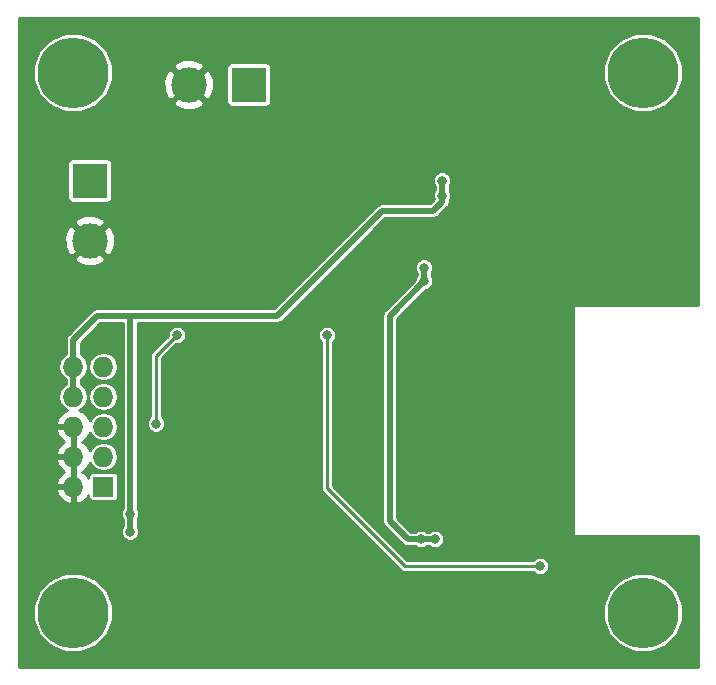
<source format=gbr>
G04 #@! TF.GenerationSoftware,KiCad,Pcbnew,5.0.2-bee76a0~70~ubuntu18.04.1*
G04 #@! TF.CreationDate,2019-05-14T19:54:41+02:00*
G04 #@! TF.ProjectId,support_board,73757070-6f72-4745-9f62-6f6172642e6b,rev?*
G04 #@! TF.SameCoordinates,Original*
G04 #@! TF.FileFunction,Copper,L2,Bot*
G04 #@! TF.FilePolarity,Positive*
%FSLAX46Y46*%
G04 Gerber Fmt 4.6, Leading zero omitted, Abs format (unit mm)*
G04 Created by KiCad (PCBNEW 5.0.2-bee76a0~70~ubuntu18.04.1) date Út 14. května 2019, 19:54:41 CEST*
%MOMM*%
%LPD*%
G01*
G04 APERTURE LIST*
G04 #@! TA.AperFunction,ComponentPad*
%ADD10O,1.727200X1.727200*%
G04 #@! TD*
G04 #@! TA.AperFunction,ComponentPad*
%ADD11R,1.727200X1.727200*%
G04 #@! TD*
G04 #@! TA.AperFunction,ComponentPad*
%ADD12C,3.000000*%
G04 #@! TD*
G04 #@! TA.AperFunction,ComponentPad*
%ADD13R,3.000000X3.000000*%
G04 #@! TD*
G04 #@! TA.AperFunction,ComponentPad*
%ADD14C,6.000000*%
G04 #@! TD*
G04 #@! TA.AperFunction,ViaPad*
%ADD15C,0.800000*%
G04 #@! TD*
G04 #@! TA.AperFunction,Conductor*
%ADD16C,0.500000*%
G04 #@! TD*
G04 #@! TA.AperFunction,Conductor*
%ADD17C,0.250000*%
G04 #@! TD*
G04 #@! TA.AperFunction,Conductor*
%ADD18C,0.254000*%
G04 #@! TD*
G04 APERTURE END LIST*
D10*
G04 #@! TO.P,J2,10*
G04 #@! TO.N,+5.5V*
X123063000Y-98552000D03*
G04 #@! TO.P,J2,9*
G04 #@! TO.N,Net-(J2-Pad9)*
X125603000Y-98552000D03*
G04 #@! TO.P,J2,8*
G04 #@! TO.N,+5.5V*
X123063000Y-101092000D03*
G04 #@! TO.P,J2,7*
G04 #@! TO.N,Net-(J2-Pad7)*
X125603000Y-101092000D03*
G04 #@! TO.P,J2,6*
G04 #@! TO.N,GND*
X123063000Y-103632000D03*
G04 #@! TO.P,J2,5*
G04 #@! TO.N,Net-(J2-Pad5)*
X125603000Y-103632000D03*
G04 #@! TO.P,J2,4*
G04 #@! TO.N,GND*
X123063000Y-106172000D03*
G04 #@! TO.P,J2,3*
G04 #@! TO.N,Net-(J2-Pad3)*
X125603000Y-106172000D03*
G04 #@! TO.P,J2,2*
G04 #@! TO.N,GND*
X123063000Y-108712000D03*
D11*
G04 #@! TO.P,J2,1*
G04 #@! TO.N,Net-(J2-Pad1)*
X125603000Y-108712000D03*
G04 #@! TD*
D12*
G04 #@! TO.P,J1,2*
G04 #@! TO.N,GND*
X132842000Y-74676000D03*
D13*
G04 #@! TO.P,J1,1*
G04 #@! TO.N,/12V*
X137922000Y-74676000D03*
G04 #@! TD*
D12*
G04 #@! TO.P,J3,2*
G04 #@! TO.N,GND*
X124460000Y-87884000D03*
D13*
G04 #@! TO.P,J3,1*
G04 #@! TO.N,Net-(J3-Pad1)*
X124460000Y-82804000D03*
G04 #@! TD*
D14*
G04 #@! TO.P,N1,1*
G04 #@! TO.N,N/C*
X123063000Y-73660000D03*
G04 #@! TD*
G04 #@! TO.P,N2,1*
G04 #@! TO.N,N/C*
X171323000Y-73660000D03*
G04 #@! TD*
G04 #@! TO.P,N3,1*
G04 #@! TO.N,N/C*
X123063000Y-119380000D03*
G04 #@! TD*
G04 #@! TO.P,N4,1*
G04 #@! TO.N,N/C*
X171323000Y-119380000D03*
G04 #@! TD*
D15*
G04 #@! TO.N,GND*
X154813000Y-100330000D03*
X161163000Y-100330000D03*
X154813000Y-105410000D03*
X161163000Y-105410000D03*
X136017000Y-85090000D03*
X135509000Y-112014000D03*
X130048000Y-91694000D03*
X130048000Y-105029000D03*
X156591000Y-86106000D03*
X159639000Y-86106000D03*
G04 #@! TO.N,+3V3*
X152527000Y-113157000D03*
X153670000Y-113157000D03*
X152781000Y-90170000D03*
X152781000Y-91313000D03*
G04 #@! TO.N,Net-(J2-Pad5)*
X131826000Y-95885000D03*
X130048000Y-103378000D03*
G04 #@! TO.N,Net-(U2-Pad4)*
X144526000Y-95885000D03*
X162560000Y-115443000D03*
G04 #@! TO.N,+5.5V*
X154305000Y-82804000D03*
X127889000Y-112522000D03*
X154305000Y-84074000D03*
X127889000Y-110998000D03*
G04 #@! TD*
D16*
G04 #@! TO.N,+3V3*
X152781000Y-91313000D02*
X152781000Y-90170000D01*
X149860000Y-111633000D02*
X151384000Y-113157000D01*
X152781000Y-91313000D02*
X149860000Y-94234000D01*
X151384000Y-113157000D02*
X152527000Y-113157000D01*
X149860000Y-94234000D02*
X149860000Y-111633000D01*
X152527000Y-113157000D02*
X153670000Y-113157000D01*
D17*
G04 #@! TO.N,Net-(J2-Pad5)*
X130048000Y-97663000D02*
X130048000Y-102812315D01*
X130048000Y-102812315D02*
X130048000Y-103378000D01*
X131826000Y-95885000D02*
X130048000Y-97663000D01*
G04 #@! TO.N,Net-(U2-Pad4)*
X151130000Y-115443000D02*
X161994315Y-115443000D01*
X144526000Y-108839000D02*
X151130000Y-115443000D01*
X144526000Y-95885000D02*
X144526000Y-108839000D01*
X161994315Y-115443000D02*
X162560000Y-115443000D01*
D16*
G04 #@! TO.N,+5.5V*
X123063000Y-96266000D02*
X125095000Y-94234000D01*
X123063000Y-98552000D02*
X123063000Y-96266000D01*
X125095000Y-94234000D02*
X127889000Y-94234000D01*
X123063000Y-98552000D02*
X123063000Y-101092000D01*
X154305000Y-84582000D02*
X154305000Y-82804000D01*
X153543000Y-85344000D02*
X154305000Y-84582000D01*
X149225000Y-85344000D02*
X153543000Y-85344000D01*
X127889000Y-94234000D02*
X140335000Y-94234000D01*
X140335000Y-94234000D02*
X149225000Y-85344000D01*
X127889000Y-94234000D02*
X127889000Y-110998000D01*
X127889000Y-110998000D02*
X127889000Y-112522000D01*
G04 #@! TD*
D18*
G04 #@! TO.N,GND*
G36*
X175951001Y-93345000D02*
X165481000Y-93345000D01*
X165432399Y-93354667D01*
X165391197Y-93382197D01*
X165363667Y-93423399D01*
X165354000Y-93472000D01*
X165354000Y-112776000D01*
X165363667Y-112824601D01*
X165391197Y-112865803D01*
X165432399Y-112893333D01*
X165481000Y-112903000D01*
X175951000Y-112903000D01*
X175951000Y-124008000D01*
X118435000Y-124008000D01*
X118435000Y-118708273D01*
X119686000Y-118708273D01*
X119686000Y-120051727D01*
X120200118Y-121292917D01*
X121150083Y-122242882D01*
X122391273Y-122757000D01*
X123734727Y-122757000D01*
X124975917Y-122242882D01*
X125925882Y-121292917D01*
X126440000Y-120051727D01*
X126440000Y-118708273D01*
X167946000Y-118708273D01*
X167946000Y-120051727D01*
X168460118Y-121292917D01*
X169410083Y-122242882D01*
X170651273Y-122757000D01*
X171994727Y-122757000D01*
X173235917Y-122242882D01*
X174185882Y-121292917D01*
X174700000Y-120051727D01*
X174700000Y-118708273D01*
X174185882Y-117467083D01*
X173235917Y-116517118D01*
X171994727Y-116003000D01*
X170651273Y-116003000D01*
X169410083Y-116517118D01*
X168460118Y-117467083D01*
X167946000Y-118708273D01*
X126440000Y-118708273D01*
X125925882Y-117467083D01*
X124975917Y-116517118D01*
X123734727Y-116003000D01*
X122391273Y-116003000D01*
X121150083Y-116517118D01*
X120200118Y-117467083D01*
X119686000Y-118708273D01*
X118435000Y-118708273D01*
X118435000Y-109071026D01*
X121608042Y-109071026D01*
X121780312Y-109486947D01*
X122174510Y-109918821D01*
X122703973Y-110166968D01*
X122936000Y-110046469D01*
X122936000Y-108839000D01*
X121729183Y-108839000D01*
X121608042Y-109071026D01*
X118435000Y-109071026D01*
X118435000Y-106531026D01*
X121608042Y-106531026D01*
X121780312Y-106946947D01*
X122174510Y-107378821D01*
X122309313Y-107442000D01*
X122174510Y-107505179D01*
X121780312Y-107937053D01*
X121608042Y-108352974D01*
X121729183Y-108585000D01*
X122936000Y-108585000D01*
X122936000Y-106299000D01*
X121729183Y-106299000D01*
X121608042Y-106531026D01*
X118435000Y-106531026D01*
X118435000Y-103991026D01*
X121608042Y-103991026D01*
X121780312Y-104406947D01*
X122174510Y-104838821D01*
X122309313Y-104902000D01*
X122174510Y-104965179D01*
X121780312Y-105397053D01*
X121608042Y-105812974D01*
X121729183Y-106045000D01*
X122936000Y-106045000D01*
X122936000Y-103759000D01*
X121729183Y-103759000D01*
X121608042Y-103991026D01*
X118435000Y-103991026D01*
X118435000Y-103272974D01*
X121608042Y-103272974D01*
X121729183Y-103505000D01*
X122936000Y-103505000D01*
X122936000Y-103485000D01*
X123190000Y-103485000D01*
X123190000Y-103505000D01*
X123210000Y-103505000D01*
X123210000Y-103759000D01*
X123190000Y-103759000D01*
X123190000Y-106045000D01*
X123210000Y-106045000D01*
X123210000Y-106299000D01*
X123190000Y-106299000D01*
X123190000Y-108585000D01*
X123210000Y-108585000D01*
X123210000Y-108839000D01*
X123190000Y-108839000D01*
X123190000Y-110046469D01*
X123422027Y-110166968D01*
X123951490Y-109918821D01*
X124345688Y-109486947D01*
X124355015Y-109464428D01*
X124355015Y-109575600D01*
X124384275Y-109722698D01*
X124467599Y-109847401D01*
X124592302Y-109930725D01*
X124739400Y-109959985D01*
X126466600Y-109959985D01*
X126613698Y-109930725D01*
X126738401Y-109847401D01*
X126821725Y-109722698D01*
X126850985Y-109575600D01*
X126850985Y-107848400D01*
X126821725Y-107701302D01*
X126738401Y-107576599D01*
X126613698Y-107493275D01*
X126466600Y-107464015D01*
X124739400Y-107464015D01*
X124592302Y-107493275D01*
X124467599Y-107576599D01*
X124384275Y-107701302D01*
X124355015Y-107848400D01*
X124355015Y-107959572D01*
X124345688Y-107937053D01*
X123951490Y-107505179D01*
X123816687Y-107442000D01*
X123951490Y-107378821D01*
X124345688Y-106946947D01*
X124454006Y-106685429D01*
X124708578Y-107066422D01*
X125118942Y-107340619D01*
X125480815Y-107412600D01*
X125725185Y-107412600D01*
X126087058Y-107340619D01*
X126497422Y-107066422D01*
X126771619Y-106656058D01*
X126867904Y-106172000D01*
X126771619Y-105687942D01*
X126497422Y-105277578D01*
X126087058Y-105003381D01*
X125725185Y-104931400D01*
X125480815Y-104931400D01*
X125118942Y-105003381D01*
X124708578Y-105277578D01*
X124454006Y-105658571D01*
X124345688Y-105397053D01*
X123951490Y-104965179D01*
X123816687Y-104902000D01*
X123951490Y-104838821D01*
X124345688Y-104406947D01*
X124454006Y-104145429D01*
X124708578Y-104526422D01*
X125118942Y-104800619D01*
X125480815Y-104872600D01*
X125725185Y-104872600D01*
X126087058Y-104800619D01*
X126497422Y-104526422D01*
X126771619Y-104116058D01*
X126867904Y-103632000D01*
X126771619Y-103147942D01*
X126497422Y-102737578D01*
X126087058Y-102463381D01*
X125725185Y-102391400D01*
X125480815Y-102391400D01*
X125118942Y-102463381D01*
X124708578Y-102737578D01*
X124454006Y-103118571D01*
X124345688Y-102857053D01*
X123951490Y-102425179D01*
X123569038Y-102245933D01*
X123957422Y-101986422D01*
X124231619Y-101576058D01*
X124327904Y-101092000D01*
X124338096Y-101092000D01*
X124434381Y-101576058D01*
X124708578Y-101986422D01*
X125118942Y-102260619D01*
X125480815Y-102332600D01*
X125725185Y-102332600D01*
X126087058Y-102260619D01*
X126497422Y-101986422D01*
X126771619Y-101576058D01*
X126867904Y-101092000D01*
X126771619Y-100607942D01*
X126497422Y-100197578D01*
X126087058Y-99923381D01*
X125725185Y-99851400D01*
X125480815Y-99851400D01*
X125118942Y-99923381D01*
X124708578Y-100197578D01*
X124434381Y-100607942D01*
X124338096Y-101092000D01*
X124327904Y-101092000D01*
X124231619Y-100607942D01*
X123957422Y-100197578D01*
X123690000Y-100018892D01*
X123690000Y-99625108D01*
X123957422Y-99446422D01*
X124231619Y-99036058D01*
X124327904Y-98552000D01*
X124338096Y-98552000D01*
X124434381Y-99036058D01*
X124708578Y-99446422D01*
X125118942Y-99720619D01*
X125480815Y-99792600D01*
X125725185Y-99792600D01*
X126087058Y-99720619D01*
X126497422Y-99446422D01*
X126771619Y-99036058D01*
X126867904Y-98552000D01*
X126771619Y-98067942D01*
X126497422Y-97657578D01*
X126087058Y-97383381D01*
X125725185Y-97311400D01*
X125480815Y-97311400D01*
X125118942Y-97383381D01*
X124708578Y-97657578D01*
X124434381Y-98067942D01*
X124338096Y-98552000D01*
X124327904Y-98552000D01*
X124231619Y-98067942D01*
X123957422Y-97657578D01*
X123690000Y-97478892D01*
X123690000Y-96525711D01*
X125354712Y-94861000D01*
X127262000Y-94861000D01*
X127262001Y-110526155D01*
X127230291Y-110557865D01*
X127112000Y-110843445D01*
X127112000Y-111152555D01*
X127230291Y-111438135D01*
X127262000Y-111469844D01*
X127262001Y-112050155D01*
X127230291Y-112081865D01*
X127112000Y-112367445D01*
X127112000Y-112676555D01*
X127230291Y-112962135D01*
X127448865Y-113180709D01*
X127734445Y-113299000D01*
X128043555Y-113299000D01*
X128329135Y-113180709D01*
X128547709Y-112962135D01*
X128666000Y-112676555D01*
X128666000Y-112367445D01*
X128547709Y-112081865D01*
X128516000Y-112050156D01*
X128516000Y-111469844D01*
X128547709Y-111438135D01*
X128666000Y-111152555D01*
X128666000Y-110843445D01*
X128547709Y-110557865D01*
X128516000Y-110526156D01*
X128516000Y-103223445D01*
X129271000Y-103223445D01*
X129271000Y-103532555D01*
X129389291Y-103818135D01*
X129607865Y-104036709D01*
X129893445Y-104155000D01*
X130202555Y-104155000D01*
X130488135Y-104036709D01*
X130706709Y-103818135D01*
X130825000Y-103532555D01*
X130825000Y-103223445D01*
X130706709Y-102937865D01*
X130550000Y-102781156D01*
X130550000Y-97870934D01*
X131758935Y-96662000D01*
X131980555Y-96662000D01*
X132266135Y-96543709D01*
X132484709Y-96325135D01*
X132603000Y-96039555D01*
X132603000Y-95730445D01*
X143749000Y-95730445D01*
X143749000Y-96039555D01*
X143867291Y-96325135D01*
X144024000Y-96481844D01*
X144024001Y-108789561D01*
X144014167Y-108839000D01*
X144053128Y-109034870D01*
X144136074Y-109159008D01*
X144136076Y-109159010D01*
X144164080Y-109200921D01*
X144205991Y-109228925D01*
X150740075Y-115763010D01*
X150768079Y-115804921D01*
X150934130Y-115915873D01*
X151080561Y-115945000D01*
X151080565Y-115945000D01*
X151129999Y-115954833D01*
X151179433Y-115945000D01*
X161963156Y-115945000D01*
X162119865Y-116101709D01*
X162405445Y-116220000D01*
X162714555Y-116220000D01*
X163000135Y-116101709D01*
X163218709Y-115883135D01*
X163337000Y-115597555D01*
X163337000Y-115288445D01*
X163218709Y-115002865D01*
X163000135Y-114784291D01*
X162714555Y-114666000D01*
X162405445Y-114666000D01*
X162119865Y-114784291D01*
X161963156Y-114941000D01*
X151337935Y-114941000D01*
X145028000Y-108631066D01*
X145028000Y-96481844D01*
X145184709Y-96325135D01*
X145303000Y-96039555D01*
X145303000Y-95730445D01*
X145184709Y-95444865D01*
X144966135Y-95226291D01*
X144680555Y-95108000D01*
X144371445Y-95108000D01*
X144085865Y-95226291D01*
X143867291Y-95444865D01*
X143749000Y-95730445D01*
X132603000Y-95730445D01*
X132484709Y-95444865D01*
X132266135Y-95226291D01*
X131980555Y-95108000D01*
X131671445Y-95108000D01*
X131385865Y-95226291D01*
X131167291Y-95444865D01*
X131049000Y-95730445D01*
X131049000Y-95952065D01*
X129727993Y-97273073D01*
X129686079Y-97301079D01*
X129575127Y-97467131D01*
X129546000Y-97613562D01*
X129546000Y-97613566D01*
X129536167Y-97663000D01*
X129546000Y-97712434D01*
X129546001Y-102762872D01*
X129546000Y-102762877D01*
X129546000Y-102781156D01*
X129389291Y-102937865D01*
X129271000Y-103223445D01*
X128516000Y-103223445D01*
X128516000Y-94861000D01*
X140273254Y-94861000D01*
X140335000Y-94873282D01*
X140396746Y-94861000D01*
X140396750Y-94861000D01*
X140579643Y-94824620D01*
X140787041Y-94686041D01*
X140822021Y-94633691D01*
X141221712Y-94234000D01*
X149220718Y-94234000D01*
X149233000Y-94295746D01*
X149233001Y-111571249D01*
X149220718Y-111633000D01*
X149269380Y-111877642D01*
X149269381Y-111877643D01*
X149407960Y-112085041D01*
X149460307Y-112120018D01*
X150896981Y-113556693D01*
X150931959Y-113609041D01*
X151139357Y-113747620D01*
X151322250Y-113784000D01*
X151322254Y-113784000D01*
X151383999Y-113796282D01*
X151445744Y-113784000D01*
X152055156Y-113784000D01*
X152086865Y-113815709D01*
X152372445Y-113934000D01*
X152681555Y-113934000D01*
X152967135Y-113815709D01*
X152998844Y-113784000D01*
X153198156Y-113784000D01*
X153229865Y-113815709D01*
X153515445Y-113934000D01*
X153824555Y-113934000D01*
X154110135Y-113815709D01*
X154328709Y-113597135D01*
X154447000Y-113311555D01*
X154447000Y-113002445D01*
X154328709Y-112716865D01*
X154110135Y-112498291D01*
X153824555Y-112380000D01*
X153515445Y-112380000D01*
X153229865Y-112498291D01*
X153198156Y-112530000D01*
X152998844Y-112530000D01*
X152967135Y-112498291D01*
X152681555Y-112380000D01*
X152372445Y-112380000D01*
X152086865Y-112498291D01*
X152055156Y-112530000D01*
X151643712Y-112530000D01*
X150487000Y-111373289D01*
X150487000Y-94493711D01*
X152890711Y-92090000D01*
X152935555Y-92090000D01*
X153221135Y-91971709D01*
X153439709Y-91753135D01*
X153558000Y-91467555D01*
X153558000Y-91158445D01*
X153439709Y-90872865D01*
X153408000Y-90841156D01*
X153408000Y-90641844D01*
X153439709Y-90610135D01*
X153558000Y-90324555D01*
X153558000Y-90015445D01*
X153439709Y-89729865D01*
X153221135Y-89511291D01*
X152935555Y-89393000D01*
X152626445Y-89393000D01*
X152340865Y-89511291D01*
X152122291Y-89729865D01*
X152004000Y-90015445D01*
X152004000Y-90324555D01*
X152122291Y-90610135D01*
X152154001Y-90641845D01*
X152154000Y-90841156D01*
X152122291Y-90872865D01*
X152004000Y-91158445D01*
X152004000Y-91203289D01*
X149460310Y-93746979D01*
X149407959Y-93781959D01*
X149269380Y-93989358D01*
X149233000Y-94172251D01*
X149233000Y-94172254D01*
X149220718Y-94234000D01*
X141221712Y-94234000D01*
X149484712Y-85971000D01*
X153481254Y-85971000D01*
X153543000Y-85983282D01*
X153604746Y-85971000D01*
X153604750Y-85971000D01*
X153787643Y-85934620D01*
X153995041Y-85796041D01*
X154030021Y-85743690D01*
X154704691Y-85069020D01*
X154757041Y-85034041D01*
X154895620Y-84826643D01*
X154932000Y-84643750D01*
X154932000Y-84643746D01*
X154944282Y-84582000D01*
X154936246Y-84541598D01*
X154963709Y-84514135D01*
X155082000Y-84228555D01*
X155082000Y-83919445D01*
X154963709Y-83633865D01*
X154932000Y-83602156D01*
X154932000Y-83275844D01*
X154963709Y-83244135D01*
X155082000Y-82958555D01*
X155082000Y-82649445D01*
X154963709Y-82363865D01*
X154745135Y-82145291D01*
X154459555Y-82027000D01*
X154150445Y-82027000D01*
X153864865Y-82145291D01*
X153646291Y-82363865D01*
X153528000Y-82649445D01*
X153528000Y-82958555D01*
X153646291Y-83244135D01*
X153678001Y-83275845D01*
X153678001Y-83602155D01*
X153646291Y-83633865D01*
X153528000Y-83919445D01*
X153528000Y-84228555D01*
X153599388Y-84400901D01*
X153283289Y-84717000D01*
X149286746Y-84717000D01*
X149225000Y-84704718D01*
X149163254Y-84717000D01*
X149163250Y-84717000D01*
X148980357Y-84753380D01*
X148825308Y-84856980D01*
X148825307Y-84856981D01*
X148772959Y-84891959D01*
X148737981Y-84944307D01*
X140075289Y-93607000D01*
X127950750Y-93607000D01*
X127889000Y-93594717D01*
X127827250Y-93607000D01*
X125156746Y-93607000D01*
X125095000Y-93594718D01*
X125033254Y-93607000D01*
X125033250Y-93607000D01*
X124850357Y-93643380D01*
X124642959Y-93781959D01*
X124607981Y-93834307D01*
X122663307Y-95778982D01*
X122610960Y-95813959D01*
X122575982Y-95866307D01*
X122575981Y-95866308D01*
X122472380Y-96021358D01*
X122423718Y-96266000D01*
X122436001Y-96327751D01*
X122436000Y-97478892D01*
X122168578Y-97657578D01*
X121894381Y-98067942D01*
X121798096Y-98552000D01*
X121894381Y-99036058D01*
X122168578Y-99446422D01*
X122436000Y-99625108D01*
X122436001Y-100018892D01*
X122168578Y-100197578D01*
X121894381Y-100607942D01*
X121798096Y-101092000D01*
X121894381Y-101576058D01*
X122168578Y-101986422D01*
X122556962Y-102245933D01*
X122174510Y-102425179D01*
X121780312Y-102857053D01*
X121608042Y-103272974D01*
X118435000Y-103272974D01*
X118435000Y-89397970D01*
X123125635Y-89397970D01*
X123285418Y-89716739D01*
X124076187Y-90026723D01*
X124925387Y-90010497D01*
X125634582Y-89716739D01*
X125794365Y-89397970D01*
X124460000Y-88063605D01*
X123125635Y-89397970D01*
X118435000Y-89397970D01*
X118435000Y-87500187D01*
X122317277Y-87500187D01*
X122333503Y-88349387D01*
X122627261Y-89058582D01*
X122946030Y-89218365D01*
X124280395Y-87884000D01*
X124639605Y-87884000D01*
X125973970Y-89218365D01*
X126292739Y-89058582D01*
X126602723Y-88267813D01*
X126586497Y-87418613D01*
X126292739Y-86709418D01*
X125973970Y-86549635D01*
X124639605Y-87884000D01*
X124280395Y-87884000D01*
X122946030Y-86549635D01*
X122627261Y-86709418D01*
X122317277Y-87500187D01*
X118435000Y-87500187D01*
X118435000Y-86370030D01*
X123125635Y-86370030D01*
X124460000Y-87704395D01*
X125794365Y-86370030D01*
X125634582Y-86051261D01*
X124843813Y-85741277D01*
X123994613Y-85757503D01*
X123285418Y-86051261D01*
X123125635Y-86370030D01*
X118435000Y-86370030D01*
X118435000Y-81304000D01*
X122575615Y-81304000D01*
X122575615Y-84304000D01*
X122604875Y-84451098D01*
X122688199Y-84575801D01*
X122812902Y-84659125D01*
X122960000Y-84688385D01*
X125960000Y-84688385D01*
X126107098Y-84659125D01*
X126231801Y-84575801D01*
X126315125Y-84451098D01*
X126344385Y-84304000D01*
X126344385Y-81304000D01*
X126315125Y-81156902D01*
X126231801Y-81032199D01*
X126107098Y-80948875D01*
X125960000Y-80919615D01*
X122960000Y-80919615D01*
X122812902Y-80948875D01*
X122688199Y-81032199D01*
X122604875Y-81156902D01*
X122575615Y-81304000D01*
X118435000Y-81304000D01*
X118435000Y-72988273D01*
X119686000Y-72988273D01*
X119686000Y-74331727D01*
X120200118Y-75572917D01*
X121150083Y-76522882D01*
X122391273Y-77037000D01*
X123734727Y-77037000D01*
X124975917Y-76522882D01*
X125308829Y-76189970D01*
X131507635Y-76189970D01*
X131667418Y-76508739D01*
X132458187Y-76818723D01*
X133307387Y-76802497D01*
X134016582Y-76508739D01*
X134176365Y-76189970D01*
X132842000Y-74855605D01*
X131507635Y-76189970D01*
X125308829Y-76189970D01*
X125925882Y-75572917D01*
X126440000Y-74331727D01*
X126440000Y-74292187D01*
X130699277Y-74292187D01*
X130715503Y-75141387D01*
X131009261Y-75850582D01*
X131328030Y-76010365D01*
X132662395Y-74676000D01*
X133021605Y-74676000D01*
X134355970Y-76010365D01*
X134674739Y-75850582D01*
X134984723Y-75059813D01*
X134968497Y-74210613D01*
X134674739Y-73501418D01*
X134355970Y-73341635D01*
X133021605Y-74676000D01*
X132662395Y-74676000D01*
X131328030Y-73341635D01*
X131009261Y-73501418D01*
X130699277Y-74292187D01*
X126440000Y-74292187D01*
X126440000Y-73162030D01*
X131507635Y-73162030D01*
X132842000Y-74496395D01*
X134162395Y-73176000D01*
X136037615Y-73176000D01*
X136037615Y-76176000D01*
X136066875Y-76323098D01*
X136150199Y-76447801D01*
X136274902Y-76531125D01*
X136422000Y-76560385D01*
X139422000Y-76560385D01*
X139569098Y-76531125D01*
X139693801Y-76447801D01*
X139777125Y-76323098D01*
X139806385Y-76176000D01*
X139806385Y-73176000D01*
X139777125Y-73028902D01*
X139749978Y-72988273D01*
X167946000Y-72988273D01*
X167946000Y-74331727D01*
X168460118Y-75572917D01*
X169410083Y-76522882D01*
X170651273Y-77037000D01*
X171994727Y-77037000D01*
X173235917Y-76522882D01*
X174185882Y-75572917D01*
X174700000Y-74331727D01*
X174700000Y-72988273D01*
X174185882Y-71747083D01*
X173235917Y-70797118D01*
X171994727Y-70283000D01*
X170651273Y-70283000D01*
X169410083Y-70797118D01*
X168460118Y-71747083D01*
X167946000Y-72988273D01*
X139749978Y-72988273D01*
X139693801Y-72904199D01*
X139569098Y-72820875D01*
X139422000Y-72791615D01*
X136422000Y-72791615D01*
X136274902Y-72820875D01*
X136150199Y-72904199D01*
X136066875Y-73028902D01*
X136037615Y-73176000D01*
X134162395Y-73176000D01*
X134176365Y-73162030D01*
X134016582Y-72843261D01*
X133225813Y-72533277D01*
X132376613Y-72549503D01*
X131667418Y-72843261D01*
X131507635Y-73162030D01*
X126440000Y-73162030D01*
X126440000Y-72988273D01*
X125925882Y-71747083D01*
X124975917Y-70797118D01*
X123734727Y-70283000D01*
X122391273Y-70283000D01*
X121150083Y-70797118D01*
X120200118Y-71747083D01*
X119686000Y-72988273D01*
X118435000Y-72988273D01*
X118435000Y-69032000D01*
X175951001Y-69032000D01*
X175951001Y-93345000D01*
X175951001Y-93345000D01*
G37*
X175951001Y-93345000D02*
X165481000Y-93345000D01*
X165432399Y-93354667D01*
X165391197Y-93382197D01*
X165363667Y-93423399D01*
X165354000Y-93472000D01*
X165354000Y-112776000D01*
X165363667Y-112824601D01*
X165391197Y-112865803D01*
X165432399Y-112893333D01*
X165481000Y-112903000D01*
X175951000Y-112903000D01*
X175951000Y-124008000D01*
X118435000Y-124008000D01*
X118435000Y-118708273D01*
X119686000Y-118708273D01*
X119686000Y-120051727D01*
X120200118Y-121292917D01*
X121150083Y-122242882D01*
X122391273Y-122757000D01*
X123734727Y-122757000D01*
X124975917Y-122242882D01*
X125925882Y-121292917D01*
X126440000Y-120051727D01*
X126440000Y-118708273D01*
X167946000Y-118708273D01*
X167946000Y-120051727D01*
X168460118Y-121292917D01*
X169410083Y-122242882D01*
X170651273Y-122757000D01*
X171994727Y-122757000D01*
X173235917Y-122242882D01*
X174185882Y-121292917D01*
X174700000Y-120051727D01*
X174700000Y-118708273D01*
X174185882Y-117467083D01*
X173235917Y-116517118D01*
X171994727Y-116003000D01*
X170651273Y-116003000D01*
X169410083Y-116517118D01*
X168460118Y-117467083D01*
X167946000Y-118708273D01*
X126440000Y-118708273D01*
X125925882Y-117467083D01*
X124975917Y-116517118D01*
X123734727Y-116003000D01*
X122391273Y-116003000D01*
X121150083Y-116517118D01*
X120200118Y-117467083D01*
X119686000Y-118708273D01*
X118435000Y-118708273D01*
X118435000Y-109071026D01*
X121608042Y-109071026D01*
X121780312Y-109486947D01*
X122174510Y-109918821D01*
X122703973Y-110166968D01*
X122936000Y-110046469D01*
X122936000Y-108839000D01*
X121729183Y-108839000D01*
X121608042Y-109071026D01*
X118435000Y-109071026D01*
X118435000Y-106531026D01*
X121608042Y-106531026D01*
X121780312Y-106946947D01*
X122174510Y-107378821D01*
X122309313Y-107442000D01*
X122174510Y-107505179D01*
X121780312Y-107937053D01*
X121608042Y-108352974D01*
X121729183Y-108585000D01*
X122936000Y-108585000D01*
X122936000Y-106299000D01*
X121729183Y-106299000D01*
X121608042Y-106531026D01*
X118435000Y-106531026D01*
X118435000Y-103991026D01*
X121608042Y-103991026D01*
X121780312Y-104406947D01*
X122174510Y-104838821D01*
X122309313Y-104902000D01*
X122174510Y-104965179D01*
X121780312Y-105397053D01*
X121608042Y-105812974D01*
X121729183Y-106045000D01*
X122936000Y-106045000D01*
X122936000Y-103759000D01*
X121729183Y-103759000D01*
X121608042Y-103991026D01*
X118435000Y-103991026D01*
X118435000Y-103272974D01*
X121608042Y-103272974D01*
X121729183Y-103505000D01*
X122936000Y-103505000D01*
X122936000Y-103485000D01*
X123190000Y-103485000D01*
X123190000Y-103505000D01*
X123210000Y-103505000D01*
X123210000Y-103759000D01*
X123190000Y-103759000D01*
X123190000Y-106045000D01*
X123210000Y-106045000D01*
X123210000Y-106299000D01*
X123190000Y-106299000D01*
X123190000Y-108585000D01*
X123210000Y-108585000D01*
X123210000Y-108839000D01*
X123190000Y-108839000D01*
X123190000Y-110046469D01*
X123422027Y-110166968D01*
X123951490Y-109918821D01*
X124345688Y-109486947D01*
X124355015Y-109464428D01*
X124355015Y-109575600D01*
X124384275Y-109722698D01*
X124467599Y-109847401D01*
X124592302Y-109930725D01*
X124739400Y-109959985D01*
X126466600Y-109959985D01*
X126613698Y-109930725D01*
X126738401Y-109847401D01*
X126821725Y-109722698D01*
X126850985Y-109575600D01*
X126850985Y-107848400D01*
X126821725Y-107701302D01*
X126738401Y-107576599D01*
X126613698Y-107493275D01*
X126466600Y-107464015D01*
X124739400Y-107464015D01*
X124592302Y-107493275D01*
X124467599Y-107576599D01*
X124384275Y-107701302D01*
X124355015Y-107848400D01*
X124355015Y-107959572D01*
X124345688Y-107937053D01*
X123951490Y-107505179D01*
X123816687Y-107442000D01*
X123951490Y-107378821D01*
X124345688Y-106946947D01*
X124454006Y-106685429D01*
X124708578Y-107066422D01*
X125118942Y-107340619D01*
X125480815Y-107412600D01*
X125725185Y-107412600D01*
X126087058Y-107340619D01*
X126497422Y-107066422D01*
X126771619Y-106656058D01*
X126867904Y-106172000D01*
X126771619Y-105687942D01*
X126497422Y-105277578D01*
X126087058Y-105003381D01*
X125725185Y-104931400D01*
X125480815Y-104931400D01*
X125118942Y-105003381D01*
X124708578Y-105277578D01*
X124454006Y-105658571D01*
X124345688Y-105397053D01*
X123951490Y-104965179D01*
X123816687Y-104902000D01*
X123951490Y-104838821D01*
X124345688Y-104406947D01*
X124454006Y-104145429D01*
X124708578Y-104526422D01*
X125118942Y-104800619D01*
X125480815Y-104872600D01*
X125725185Y-104872600D01*
X126087058Y-104800619D01*
X126497422Y-104526422D01*
X126771619Y-104116058D01*
X126867904Y-103632000D01*
X126771619Y-103147942D01*
X126497422Y-102737578D01*
X126087058Y-102463381D01*
X125725185Y-102391400D01*
X125480815Y-102391400D01*
X125118942Y-102463381D01*
X124708578Y-102737578D01*
X124454006Y-103118571D01*
X124345688Y-102857053D01*
X123951490Y-102425179D01*
X123569038Y-102245933D01*
X123957422Y-101986422D01*
X124231619Y-101576058D01*
X124327904Y-101092000D01*
X124338096Y-101092000D01*
X124434381Y-101576058D01*
X124708578Y-101986422D01*
X125118942Y-102260619D01*
X125480815Y-102332600D01*
X125725185Y-102332600D01*
X126087058Y-102260619D01*
X126497422Y-101986422D01*
X126771619Y-101576058D01*
X126867904Y-101092000D01*
X126771619Y-100607942D01*
X126497422Y-100197578D01*
X126087058Y-99923381D01*
X125725185Y-99851400D01*
X125480815Y-99851400D01*
X125118942Y-99923381D01*
X124708578Y-100197578D01*
X124434381Y-100607942D01*
X124338096Y-101092000D01*
X124327904Y-101092000D01*
X124231619Y-100607942D01*
X123957422Y-100197578D01*
X123690000Y-100018892D01*
X123690000Y-99625108D01*
X123957422Y-99446422D01*
X124231619Y-99036058D01*
X124327904Y-98552000D01*
X124338096Y-98552000D01*
X124434381Y-99036058D01*
X124708578Y-99446422D01*
X125118942Y-99720619D01*
X125480815Y-99792600D01*
X125725185Y-99792600D01*
X126087058Y-99720619D01*
X126497422Y-99446422D01*
X126771619Y-99036058D01*
X126867904Y-98552000D01*
X126771619Y-98067942D01*
X126497422Y-97657578D01*
X126087058Y-97383381D01*
X125725185Y-97311400D01*
X125480815Y-97311400D01*
X125118942Y-97383381D01*
X124708578Y-97657578D01*
X124434381Y-98067942D01*
X124338096Y-98552000D01*
X124327904Y-98552000D01*
X124231619Y-98067942D01*
X123957422Y-97657578D01*
X123690000Y-97478892D01*
X123690000Y-96525711D01*
X125354712Y-94861000D01*
X127262000Y-94861000D01*
X127262001Y-110526155D01*
X127230291Y-110557865D01*
X127112000Y-110843445D01*
X127112000Y-111152555D01*
X127230291Y-111438135D01*
X127262000Y-111469844D01*
X127262001Y-112050155D01*
X127230291Y-112081865D01*
X127112000Y-112367445D01*
X127112000Y-112676555D01*
X127230291Y-112962135D01*
X127448865Y-113180709D01*
X127734445Y-113299000D01*
X128043555Y-113299000D01*
X128329135Y-113180709D01*
X128547709Y-112962135D01*
X128666000Y-112676555D01*
X128666000Y-112367445D01*
X128547709Y-112081865D01*
X128516000Y-112050156D01*
X128516000Y-111469844D01*
X128547709Y-111438135D01*
X128666000Y-111152555D01*
X128666000Y-110843445D01*
X128547709Y-110557865D01*
X128516000Y-110526156D01*
X128516000Y-103223445D01*
X129271000Y-103223445D01*
X129271000Y-103532555D01*
X129389291Y-103818135D01*
X129607865Y-104036709D01*
X129893445Y-104155000D01*
X130202555Y-104155000D01*
X130488135Y-104036709D01*
X130706709Y-103818135D01*
X130825000Y-103532555D01*
X130825000Y-103223445D01*
X130706709Y-102937865D01*
X130550000Y-102781156D01*
X130550000Y-97870934D01*
X131758935Y-96662000D01*
X131980555Y-96662000D01*
X132266135Y-96543709D01*
X132484709Y-96325135D01*
X132603000Y-96039555D01*
X132603000Y-95730445D01*
X143749000Y-95730445D01*
X143749000Y-96039555D01*
X143867291Y-96325135D01*
X144024000Y-96481844D01*
X144024001Y-108789561D01*
X144014167Y-108839000D01*
X144053128Y-109034870D01*
X144136074Y-109159008D01*
X144136076Y-109159010D01*
X144164080Y-109200921D01*
X144205991Y-109228925D01*
X150740075Y-115763010D01*
X150768079Y-115804921D01*
X150934130Y-115915873D01*
X151080561Y-115945000D01*
X151080565Y-115945000D01*
X151129999Y-115954833D01*
X151179433Y-115945000D01*
X161963156Y-115945000D01*
X162119865Y-116101709D01*
X162405445Y-116220000D01*
X162714555Y-116220000D01*
X163000135Y-116101709D01*
X163218709Y-115883135D01*
X163337000Y-115597555D01*
X163337000Y-115288445D01*
X163218709Y-115002865D01*
X163000135Y-114784291D01*
X162714555Y-114666000D01*
X162405445Y-114666000D01*
X162119865Y-114784291D01*
X161963156Y-114941000D01*
X151337935Y-114941000D01*
X145028000Y-108631066D01*
X145028000Y-96481844D01*
X145184709Y-96325135D01*
X145303000Y-96039555D01*
X145303000Y-95730445D01*
X145184709Y-95444865D01*
X144966135Y-95226291D01*
X144680555Y-95108000D01*
X144371445Y-95108000D01*
X144085865Y-95226291D01*
X143867291Y-95444865D01*
X143749000Y-95730445D01*
X132603000Y-95730445D01*
X132484709Y-95444865D01*
X132266135Y-95226291D01*
X131980555Y-95108000D01*
X131671445Y-95108000D01*
X131385865Y-95226291D01*
X131167291Y-95444865D01*
X131049000Y-95730445D01*
X131049000Y-95952065D01*
X129727993Y-97273073D01*
X129686079Y-97301079D01*
X129575127Y-97467131D01*
X129546000Y-97613562D01*
X129546000Y-97613566D01*
X129536167Y-97663000D01*
X129546000Y-97712434D01*
X129546001Y-102762872D01*
X129546000Y-102762877D01*
X129546000Y-102781156D01*
X129389291Y-102937865D01*
X129271000Y-103223445D01*
X128516000Y-103223445D01*
X128516000Y-94861000D01*
X140273254Y-94861000D01*
X140335000Y-94873282D01*
X140396746Y-94861000D01*
X140396750Y-94861000D01*
X140579643Y-94824620D01*
X140787041Y-94686041D01*
X140822021Y-94633691D01*
X141221712Y-94234000D01*
X149220718Y-94234000D01*
X149233000Y-94295746D01*
X149233001Y-111571249D01*
X149220718Y-111633000D01*
X149269380Y-111877642D01*
X149269381Y-111877643D01*
X149407960Y-112085041D01*
X149460307Y-112120018D01*
X150896981Y-113556693D01*
X150931959Y-113609041D01*
X151139357Y-113747620D01*
X151322250Y-113784000D01*
X151322254Y-113784000D01*
X151383999Y-113796282D01*
X151445744Y-113784000D01*
X152055156Y-113784000D01*
X152086865Y-113815709D01*
X152372445Y-113934000D01*
X152681555Y-113934000D01*
X152967135Y-113815709D01*
X152998844Y-113784000D01*
X153198156Y-113784000D01*
X153229865Y-113815709D01*
X153515445Y-113934000D01*
X153824555Y-113934000D01*
X154110135Y-113815709D01*
X154328709Y-113597135D01*
X154447000Y-113311555D01*
X154447000Y-113002445D01*
X154328709Y-112716865D01*
X154110135Y-112498291D01*
X153824555Y-112380000D01*
X153515445Y-112380000D01*
X153229865Y-112498291D01*
X153198156Y-112530000D01*
X152998844Y-112530000D01*
X152967135Y-112498291D01*
X152681555Y-112380000D01*
X152372445Y-112380000D01*
X152086865Y-112498291D01*
X152055156Y-112530000D01*
X151643712Y-112530000D01*
X150487000Y-111373289D01*
X150487000Y-94493711D01*
X152890711Y-92090000D01*
X152935555Y-92090000D01*
X153221135Y-91971709D01*
X153439709Y-91753135D01*
X153558000Y-91467555D01*
X153558000Y-91158445D01*
X153439709Y-90872865D01*
X153408000Y-90841156D01*
X153408000Y-90641844D01*
X153439709Y-90610135D01*
X153558000Y-90324555D01*
X153558000Y-90015445D01*
X153439709Y-89729865D01*
X153221135Y-89511291D01*
X152935555Y-89393000D01*
X152626445Y-89393000D01*
X152340865Y-89511291D01*
X152122291Y-89729865D01*
X152004000Y-90015445D01*
X152004000Y-90324555D01*
X152122291Y-90610135D01*
X152154001Y-90641845D01*
X152154000Y-90841156D01*
X152122291Y-90872865D01*
X152004000Y-91158445D01*
X152004000Y-91203289D01*
X149460310Y-93746979D01*
X149407959Y-93781959D01*
X149269380Y-93989358D01*
X149233000Y-94172251D01*
X149233000Y-94172254D01*
X149220718Y-94234000D01*
X141221712Y-94234000D01*
X149484712Y-85971000D01*
X153481254Y-85971000D01*
X153543000Y-85983282D01*
X153604746Y-85971000D01*
X153604750Y-85971000D01*
X153787643Y-85934620D01*
X153995041Y-85796041D01*
X154030021Y-85743690D01*
X154704691Y-85069020D01*
X154757041Y-85034041D01*
X154895620Y-84826643D01*
X154932000Y-84643750D01*
X154932000Y-84643746D01*
X154944282Y-84582000D01*
X154936246Y-84541598D01*
X154963709Y-84514135D01*
X155082000Y-84228555D01*
X155082000Y-83919445D01*
X154963709Y-83633865D01*
X154932000Y-83602156D01*
X154932000Y-83275844D01*
X154963709Y-83244135D01*
X155082000Y-82958555D01*
X155082000Y-82649445D01*
X154963709Y-82363865D01*
X154745135Y-82145291D01*
X154459555Y-82027000D01*
X154150445Y-82027000D01*
X153864865Y-82145291D01*
X153646291Y-82363865D01*
X153528000Y-82649445D01*
X153528000Y-82958555D01*
X153646291Y-83244135D01*
X153678001Y-83275845D01*
X153678001Y-83602155D01*
X153646291Y-83633865D01*
X153528000Y-83919445D01*
X153528000Y-84228555D01*
X153599388Y-84400901D01*
X153283289Y-84717000D01*
X149286746Y-84717000D01*
X149225000Y-84704718D01*
X149163254Y-84717000D01*
X149163250Y-84717000D01*
X148980357Y-84753380D01*
X148825308Y-84856980D01*
X148825307Y-84856981D01*
X148772959Y-84891959D01*
X148737981Y-84944307D01*
X140075289Y-93607000D01*
X127950750Y-93607000D01*
X127889000Y-93594717D01*
X127827250Y-93607000D01*
X125156746Y-93607000D01*
X125095000Y-93594718D01*
X125033254Y-93607000D01*
X125033250Y-93607000D01*
X124850357Y-93643380D01*
X124642959Y-93781959D01*
X124607981Y-93834307D01*
X122663307Y-95778982D01*
X122610960Y-95813959D01*
X122575982Y-95866307D01*
X122575981Y-95866308D01*
X122472380Y-96021358D01*
X122423718Y-96266000D01*
X122436001Y-96327751D01*
X122436000Y-97478892D01*
X122168578Y-97657578D01*
X121894381Y-98067942D01*
X121798096Y-98552000D01*
X121894381Y-99036058D01*
X122168578Y-99446422D01*
X122436000Y-99625108D01*
X122436001Y-100018892D01*
X122168578Y-100197578D01*
X121894381Y-100607942D01*
X121798096Y-101092000D01*
X121894381Y-101576058D01*
X122168578Y-101986422D01*
X122556962Y-102245933D01*
X122174510Y-102425179D01*
X121780312Y-102857053D01*
X121608042Y-103272974D01*
X118435000Y-103272974D01*
X118435000Y-89397970D01*
X123125635Y-89397970D01*
X123285418Y-89716739D01*
X124076187Y-90026723D01*
X124925387Y-90010497D01*
X125634582Y-89716739D01*
X125794365Y-89397970D01*
X124460000Y-88063605D01*
X123125635Y-89397970D01*
X118435000Y-89397970D01*
X118435000Y-87500187D01*
X122317277Y-87500187D01*
X122333503Y-88349387D01*
X122627261Y-89058582D01*
X122946030Y-89218365D01*
X124280395Y-87884000D01*
X124639605Y-87884000D01*
X125973970Y-89218365D01*
X126292739Y-89058582D01*
X126602723Y-88267813D01*
X126586497Y-87418613D01*
X126292739Y-86709418D01*
X125973970Y-86549635D01*
X124639605Y-87884000D01*
X124280395Y-87884000D01*
X122946030Y-86549635D01*
X122627261Y-86709418D01*
X122317277Y-87500187D01*
X118435000Y-87500187D01*
X118435000Y-86370030D01*
X123125635Y-86370030D01*
X124460000Y-87704395D01*
X125794365Y-86370030D01*
X125634582Y-86051261D01*
X124843813Y-85741277D01*
X123994613Y-85757503D01*
X123285418Y-86051261D01*
X123125635Y-86370030D01*
X118435000Y-86370030D01*
X118435000Y-81304000D01*
X122575615Y-81304000D01*
X122575615Y-84304000D01*
X122604875Y-84451098D01*
X122688199Y-84575801D01*
X122812902Y-84659125D01*
X122960000Y-84688385D01*
X125960000Y-84688385D01*
X126107098Y-84659125D01*
X126231801Y-84575801D01*
X126315125Y-84451098D01*
X126344385Y-84304000D01*
X126344385Y-81304000D01*
X126315125Y-81156902D01*
X126231801Y-81032199D01*
X126107098Y-80948875D01*
X125960000Y-80919615D01*
X122960000Y-80919615D01*
X122812902Y-80948875D01*
X122688199Y-81032199D01*
X122604875Y-81156902D01*
X122575615Y-81304000D01*
X118435000Y-81304000D01*
X118435000Y-72988273D01*
X119686000Y-72988273D01*
X119686000Y-74331727D01*
X120200118Y-75572917D01*
X121150083Y-76522882D01*
X122391273Y-77037000D01*
X123734727Y-77037000D01*
X124975917Y-76522882D01*
X125308829Y-76189970D01*
X131507635Y-76189970D01*
X131667418Y-76508739D01*
X132458187Y-76818723D01*
X133307387Y-76802497D01*
X134016582Y-76508739D01*
X134176365Y-76189970D01*
X132842000Y-74855605D01*
X131507635Y-76189970D01*
X125308829Y-76189970D01*
X125925882Y-75572917D01*
X126440000Y-74331727D01*
X126440000Y-74292187D01*
X130699277Y-74292187D01*
X130715503Y-75141387D01*
X131009261Y-75850582D01*
X131328030Y-76010365D01*
X132662395Y-74676000D01*
X133021605Y-74676000D01*
X134355970Y-76010365D01*
X134674739Y-75850582D01*
X134984723Y-75059813D01*
X134968497Y-74210613D01*
X134674739Y-73501418D01*
X134355970Y-73341635D01*
X133021605Y-74676000D01*
X132662395Y-74676000D01*
X131328030Y-73341635D01*
X131009261Y-73501418D01*
X130699277Y-74292187D01*
X126440000Y-74292187D01*
X126440000Y-73162030D01*
X131507635Y-73162030D01*
X132842000Y-74496395D01*
X134162395Y-73176000D01*
X136037615Y-73176000D01*
X136037615Y-76176000D01*
X136066875Y-76323098D01*
X136150199Y-76447801D01*
X136274902Y-76531125D01*
X136422000Y-76560385D01*
X139422000Y-76560385D01*
X139569098Y-76531125D01*
X139693801Y-76447801D01*
X139777125Y-76323098D01*
X139806385Y-76176000D01*
X139806385Y-73176000D01*
X139777125Y-73028902D01*
X139749978Y-72988273D01*
X167946000Y-72988273D01*
X167946000Y-74331727D01*
X168460118Y-75572917D01*
X169410083Y-76522882D01*
X170651273Y-77037000D01*
X171994727Y-77037000D01*
X173235917Y-76522882D01*
X174185882Y-75572917D01*
X174700000Y-74331727D01*
X174700000Y-72988273D01*
X174185882Y-71747083D01*
X173235917Y-70797118D01*
X171994727Y-70283000D01*
X170651273Y-70283000D01*
X169410083Y-70797118D01*
X168460118Y-71747083D01*
X167946000Y-72988273D01*
X139749978Y-72988273D01*
X139693801Y-72904199D01*
X139569098Y-72820875D01*
X139422000Y-72791615D01*
X136422000Y-72791615D01*
X136274902Y-72820875D01*
X136150199Y-72904199D01*
X136066875Y-73028902D01*
X136037615Y-73176000D01*
X134162395Y-73176000D01*
X134176365Y-73162030D01*
X134016582Y-72843261D01*
X133225813Y-72533277D01*
X132376613Y-72549503D01*
X131667418Y-72843261D01*
X131507635Y-73162030D01*
X126440000Y-73162030D01*
X126440000Y-72988273D01*
X125925882Y-71747083D01*
X124975917Y-70797118D01*
X123734727Y-70283000D01*
X122391273Y-70283000D01*
X121150083Y-70797118D01*
X120200118Y-71747083D01*
X119686000Y-72988273D01*
X118435000Y-72988273D01*
X118435000Y-69032000D01*
X175951001Y-69032000D01*
X175951001Y-93345000D01*
G04 #@! TD*
M02*

</source>
